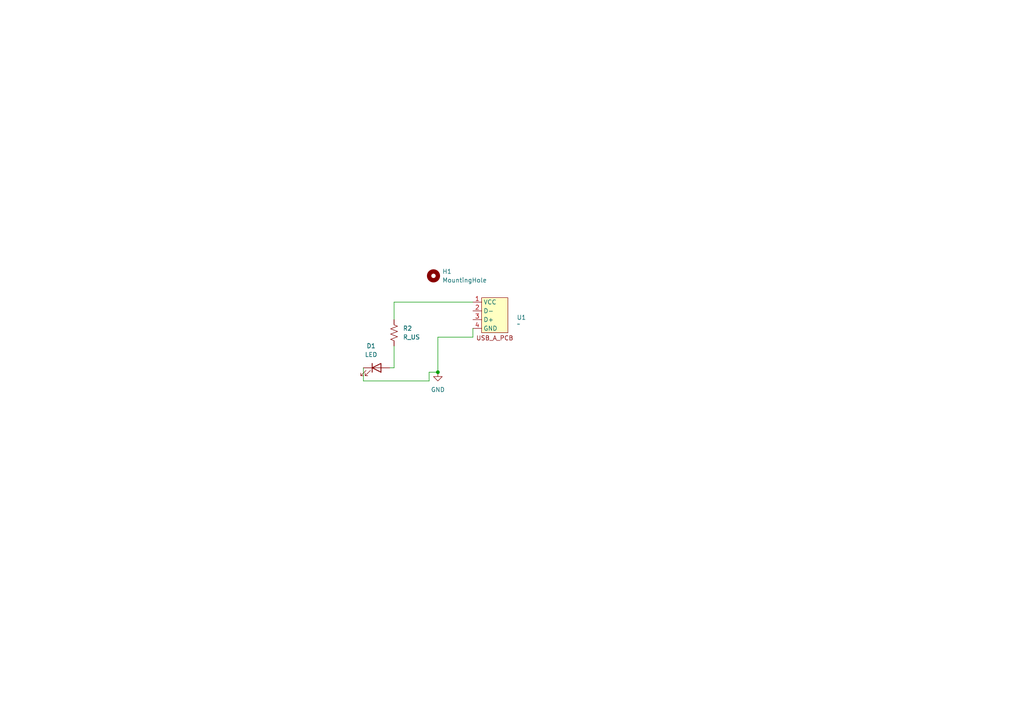
<source format=kicad_sch>
(kicad_sch
	(version 20250114)
	(generator "eeschema")
	(generator_version "9.0")
	(uuid "cfdfe647-5f2e-47f3-9db5-6c1d1ef601ff")
	(paper "A4")
	(lib_symbols
		(symbol "Connector:USB_A_PCB"
			(exclude_from_sim no)
			(in_bom yes)
			(on_board yes)
			(property "Reference" "U"
				(at 0 6.35 0)
				(effects
					(font
						(size 1.27 1.27)
					)
				)
			)
			(property "Value" ""
				(at 0 0 0)
				(effects
					(font
						(size 1.27 1.27)
					)
				)
			)
			(property "Footprint" ""
				(at 0 0 0)
				(effects
					(font
						(size 1.27 1.27)
					)
					(hide yes)
				)
			)
			(property "Datasheet" ""
				(at 0 0 0)
				(effects
					(font
						(size 1.27 1.27)
					)
					(hide yes)
				)
			)
			(property "Description" ""
				(at 0 0 0)
				(effects
					(font
						(size 1.27 1.27)
					)
					(hide yes)
				)
			)
			(symbol "USB_A_PCB_1_0"
				(pin power_in line
					(at -6.35 3.81 0)
					(length 2.54)
					(name "VCC"
						(effects
							(font
								(size 1.27 1.27)
							)
						)
					)
					(number "1"
						(effects
							(font
								(size 1.27 1.27)
							)
						)
					)
				)
				(pin bidirectional line
					(at -6.35 1.27 0)
					(length 2.54)
					(name "D-"
						(effects
							(font
								(size 1.27 1.27)
							)
						)
					)
					(number "2"
						(effects
							(font
								(size 1.27 1.27)
							)
						)
					)
				)
				(pin bidirectional line
					(at -6.35 -1.27 0)
					(length 2.54)
					(name "D+"
						(effects
							(font
								(size 1.27 1.27)
							)
						)
					)
					(number "3"
						(effects
							(font
								(size 1.27 1.27)
							)
						)
					)
				)
				(pin output line
					(at -6.35 -3.81 0)
					(length 2.54)
					(name "GND"
						(effects
							(font
								(size 1.27 1.27)
							)
						)
					)
					(number "4"
						(effects
							(font
								(size 1.27 1.27)
							)
						)
					)
				)
			)
			(symbol "USB_A_PCB_1_1"
				(rectangle
					(start -3.81 5.08)
					(end 3.81 -5.08)
					(stroke
						(width 0)
						(type solid)
					)
					(fill
						(type color)
						(color 255 255 194 1)
					)
				)
				(text "USB_A_PCB"
					(at 0 -6.604 0)
					(effects
						(font
							(size 1.27 1.27)
						)
					)
				)
			)
			(embedded_fonts no)
		)
		(symbol "Device:LED"
			(pin_numbers
				(hide yes)
			)
			(pin_names
				(offset 1.016)
				(hide yes)
			)
			(exclude_from_sim no)
			(in_bom yes)
			(on_board yes)
			(property "Reference" "D"
				(at 0 2.54 0)
				(effects
					(font
						(size 1.27 1.27)
					)
				)
			)
			(property "Value" "LED"
				(at 0 -2.54 0)
				(effects
					(font
						(size 1.27 1.27)
					)
				)
			)
			(property "Footprint" ""
				(at 0 0 0)
				(effects
					(font
						(size 1.27 1.27)
					)
					(hide yes)
				)
			)
			(property "Datasheet" "~"
				(at 0 0 0)
				(effects
					(font
						(size 1.27 1.27)
					)
					(hide yes)
				)
			)
			(property "Description" "Light emitting diode"
				(at 0 0 0)
				(effects
					(font
						(size 1.27 1.27)
					)
					(hide yes)
				)
			)
			(property "Sim.Pins" "1=K 2=A"
				(at 0 0 0)
				(effects
					(font
						(size 1.27 1.27)
					)
					(hide yes)
				)
			)
			(property "ki_keywords" "LED diode"
				(at 0 0 0)
				(effects
					(font
						(size 1.27 1.27)
					)
					(hide yes)
				)
			)
			(property "ki_fp_filters" "LED* LED_SMD:* LED_THT:*"
				(at 0 0 0)
				(effects
					(font
						(size 1.27 1.27)
					)
					(hide yes)
				)
			)
			(symbol "LED_0_1"
				(polyline
					(pts
						(xy -3.048 -0.762) (xy -4.572 -2.286) (xy -3.81 -2.286) (xy -4.572 -2.286) (xy -4.572 -1.524)
					)
					(stroke
						(width 0)
						(type default)
					)
					(fill
						(type none)
					)
				)
				(polyline
					(pts
						(xy -1.778 -0.762) (xy -3.302 -2.286) (xy -2.54 -2.286) (xy -3.302 -2.286) (xy -3.302 -1.524)
					)
					(stroke
						(width 0)
						(type default)
					)
					(fill
						(type none)
					)
				)
				(polyline
					(pts
						(xy -1.27 0) (xy 1.27 0)
					)
					(stroke
						(width 0)
						(type default)
					)
					(fill
						(type none)
					)
				)
				(polyline
					(pts
						(xy -1.27 -1.27) (xy -1.27 1.27)
					)
					(stroke
						(width 0.254)
						(type default)
					)
					(fill
						(type none)
					)
				)
				(polyline
					(pts
						(xy 1.27 -1.27) (xy 1.27 1.27) (xy -1.27 0) (xy 1.27 -1.27)
					)
					(stroke
						(width 0.254)
						(type default)
					)
					(fill
						(type none)
					)
				)
			)
			(symbol "LED_1_1"
				(pin passive line
					(at -3.81 0 0)
					(length 2.54)
					(name "K"
						(effects
							(font
								(size 1.27 1.27)
							)
						)
					)
					(number "1"
						(effects
							(font
								(size 1.27 1.27)
							)
						)
					)
				)
				(pin passive line
					(at 3.81 0 180)
					(length 2.54)
					(name "A"
						(effects
							(font
								(size 1.27 1.27)
							)
						)
					)
					(number "2"
						(effects
							(font
								(size 1.27 1.27)
							)
						)
					)
				)
			)
			(embedded_fonts no)
		)
		(symbol "Device:R_US"
			(pin_numbers
				(hide yes)
			)
			(pin_names
				(offset 0)
			)
			(exclude_from_sim no)
			(in_bom yes)
			(on_board yes)
			(property "Reference" "R"
				(at 2.54 0 90)
				(effects
					(font
						(size 1.27 1.27)
					)
				)
			)
			(property "Value" "R_US"
				(at -2.54 0 90)
				(effects
					(font
						(size 1.27 1.27)
					)
				)
			)
			(property "Footprint" ""
				(at 1.016 -0.254 90)
				(effects
					(font
						(size 1.27 1.27)
					)
					(hide yes)
				)
			)
			(property "Datasheet" "~"
				(at 0 0 0)
				(effects
					(font
						(size 1.27 1.27)
					)
					(hide yes)
				)
			)
			(property "Description" "Resistor, US symbol"
				(at 0 0 0)
				(effects
					(font
						(size 1.27 1.27)
					)
					(hide yes)
				)
			)
			(property "ki_keywords" "R res resistor"
				(at 0 0 0)
				(effects
					(font
						(size 1.27 1.27)
					)
					(hide yes)
				)
			)
			(property "ki_fp_filters" "R_*"
				(at 0 0 0)
				(effects
					(font
						(size 1.27 1.27)
					)
					(hide yes)
				)
			)
			(symbol "R_US_0_1"
				(polyline
					(pts
						(xy 0 2.286) (xy 0 2.54)
					)
					(stroke
						(width 0)
						(type default)
					)
					(fill
						(type none)
					)
				)
				(polyline
					(pts
						(xy 0 2.286) (xy 1.016 1.905) (xy 0 1.524) (xy -1.016 1.143) (xy 0 0.762)
					)
					(stroke
						(width 0)
						(type default)
					)
					(fill
						(type none)
					)
				)
				(polyline
					(pts
						(xy 0 0.762) (xy 1.016 0.381) (xy 0 0) (xy -1.016 -0.381) (xy 0 -0.762)
					)
					(stroke
						(width 0)
						(type default)
					)
					(fill
						(type none)
					)
				)
				(polyline
					(pts
						(xy 0 -0.762) (xy 1.016 -1.143) (xy 0 -1.524) (xy -1.016 -1.905) (xy 0 -2.286)
					)
					(stroke
						(width 0)
						(type default)
					)
					(fill
						(type none)
					)
				)
				(polyline
					(pts
						(xy 0 -2.286) (xy 0 -2.54)
					)
					(stroke
						(width 0)
						(type default)
					)
					(fill
						(type none)
					)
				)
			)
			(symbol "R_US_1_1"
				(pin passive line
					(at 0 3.81 270)
					(length 1.27)
					(name "~"
						(effects
							(font
								(size 1.27 1.27)
							)
						)
					)
					(number "1"
						(effects
							(font
								(size 1.27 1.27)
							)
						)
					)
				)
				(pin passive line
					(at 0 -3.81 90)
					(length 1.27)
					(name "~"
						(effects
							(font
								(size 1.27 1.27)
							)
						)
					)
					(number "2"
						(effects
							(font
								(size 1.27 1.27)
							)
						)
					)
				)
			)
			(embedded_fonts no)
		)
		(symbol "Mechanical:MountingHole"
			(pin_names
				(offset 1.016)
			)
			(exclude_from_sim no)
			(in_bom no)
			(on_board yes)
			(property "Reference" "H"
				(at 0 5.08 0)
				(effects
					(font
						(size 1.27 1.27)
					)
				)
			)
			(property "Value" "MountingHole"
				(at 0 3.175 0)
				(effects
					(font
						(size 1.27 1.27)
					)
				)
			)
			(property "Footprint" ""
				(at 0 0 0)
				(effects
					(font
						(size 1.27 1.27)
					)
					(hide yes)
				)
			)
			(property "Datasheet" "~"
				(at 0 0 0)
				(effects
					(font
						(size 1.27 1.27)
					)
					(hide yes)
				)
			)
			(property "Description" "Mounting Hole without connection"
				(at 0 0 0)
				(effects
					(font
						(size 1.27 1.27)
					)
					(hide yes)
				)
			)
			(property "ki_keywords" "mounting hole"
				(at 0 0 0)
				(effects
					(font
						(size 1.27 1.27)
					)
					(hide yes)
				)
			)
			(property "ki_fp_filters" "MountingHole*"
				(at 0 0 0)
				(effects
					(font
						(size 1.27 1.27)
					)
					(hide yes)
				)
			)
			(symbol "MountingHole_0_1"
				(circle
					(center 0 0)
					(radius 1.27)
					(stroke
						(width 1.27)
						(type default)
					)
					(fill
						(type none)
					)
				)
			)
			(embedded_fonts no)
		)
		(symbol "power:GND"
			(power)
			(pin_numbers
				(hide yes)
			)
			(pin_names
				(offset 0)
				(hide yes)
			)
			(exclude_from_sim no)
			(in_bom yes)
			(on_board yes)
			(property "Reference" "#PWR"
				(at 0 -6.35 0)
				(effects
					(font
						(size 1.27 1.27)
					)
					(hide yes)
				)
			)
			(property "Value" "GND"
				(at 0 -3.81 0)
				(effects
					(font
						(size 1.27 1.27)
					)
				)
			)
			(property "Footprint" ""
				(at 0 0 0)
				(effects
					(font
						(size 1.27 1.27)
					)
					(hide yes)
				)
			)
			(property "Datasheet" ""
				(at 0 0 0)
				(effects
					(font
						(size 1.27 1.27)
					)
					(hide yes)
				)
			)
			(property "Description" "Power symbol creates a global label with name \"GND\" , ground"
				(at 0 0 0)
				(effects
					(font
						(size 1.27 1.27)
					)
					(hide yes)
				)
			)
			(property "ki_keywords" "global power"
				(at 0 0 0)
				(effects
					(font
						(size 1.27 1.27)
					)
					(hide yes)
				)
			)
			(symbol "GND_0_1"
				(polyline
					(pts
						(xy 0 0) (xy 0 -1.27) (xy 1.27 -1.27) (xy 0 -2.54) (xy -1.27 -1.27) (xy 0 -1.27)
					)
					(stroke
						(width 0)
						(type default)
					)
					(fill
						(type none)
					)
				)
			)
			(symbol "GND_1_1"
				(pin power_in line
					(at 0 0 270)
					(length 0)
					(name "~"
						(effects
							(font
								(size 1.27 1.27)
							)
						)
					)
					(number "1"
						(effects
							(font
								(size 1.27 1.27)
							)
						)
					)
				)
			)
			(embedded_fonts no)
		)
	)
	(junction
		(at 127 107.95)
		(diameter 0)
		(color 0 0 0 0)
		(uuid "42c6bb0a-9b14-4b42-999e-13e7ed88742d")
	)
	(wire
		(pts
			(xy 114.3 100.33) (xy 114.3 106.68)
		)
		(stroke
			(width 0)
			(type default)
		)
		(uuid "12ab502c-d3ba-4e74-84d0-91fc1cbb7c70")
	)
	(wire
		(pts
			(xy 137.16 87.63) (xy 114.3 87.63)
		)
		(stroke
			(width 0)
			(type default)
		)
		(uuid "1e3d528a-9246-4f16-add9-cec9f8b34ff3")
	)
	(wire
		(pts
			(xy 105.41 110.49) (xy 124.46 110.49)
		)
		(stroke
			(width 0)
			(type default)
		)
		(uuid "2060f762-3ff4-4c00-996b-6e0282badf0f")
	)
	(wire
		(pts
			(xy 124.46 110.49) (xy 124.46 107.95)
		)
		(stroke
			(width 0)
			(type default)
		)
		(uuid "40284354-b028-4c50-a58c-be4cf6474424")
	)
	(wire
		(pts
			(xy 114.3 87.63) (xy 114.3 92.71)
		)
		(stroke
			(width 0)
			(type default)
		)
		(uuid "59a61bec-72ba-4c80-9d3c-4dc663ac7577")
	)
	(wire
		(pts
			(xy 127 97.79) (xy 127 107.95)
		)
		(stroke
			(width 0)
			(type default)
		)
		(uuid "92efef13-69ee-4825-aa1e-718b6181cb5d")
	)
	(wire
		(pts
			(xy 105.41 106.68) (xy 105.41 110.49)
		)
		(stroke
			(width 0)
			(type default)
		)
		(uuid "9509675c-a2bb-430c-8631-d5b33eed4cca")
	)
	(wire
		(pts
			(xy 137.16 97.79) (xy 127 97.79)
		)
		(stroke
			(width 0)
			(type default)
		)
		(uuid "c06c46c0-ba67-47f8-8e84-93db5f453704")
	)
	(wire
		(pts
			(xy 137.16 95.25) (xy 137.16 97.79)
		)
		(stroke
			(width 0)
			(type default)
		)
		(uuid "c11b9d45-804f-45ab-b185-f4f6a01b6890")
	)
	(wire
		(pts
			(xy 113.03 106.68) (xy 114.3 106.68)
		)
		(stroke
			(width 0)
			(type default)
		)
		(uuid "cd681886-66d4-481a-88c1-f8eaab4150a0")
	)
	(wire
		(pts
			(xy 124.46 107.95) (xy 127 107.95)
		)
		(stroke
			(width 0)
			(type default)
		)
		(uuid "e51fc959-899d-4514-b52f-8fe40933ae04")
	)
	(symbol
		(lib_id "power:GND")
		(at 127 107.95 0)
		(unit 1)
		(exclude_from_sim no)
		(in_bom yes)
		(on_board yes)
		(dnp no)
		(fields_autoplaced yes)
		(uuid "3cc4e51b-0568-469d-a97a-55f095854298")
		(property "Reference" "#PWR01"
			(at 127 114.3 0)
			(effects
				(font
					(size 1.27 1.27)
				)
				(hide yes)
			)
		)
		(property "Value" "GND"
			(at 127 113.03 0)
			(effects
				(font
					(size 1.27 1.27)
				)
			)
		)
		(property "Footprint" ""
			(at 127 107.95 0)
			(effects
				(font
					(size 1.27 1.27)
				)
				(hide yes)
			)
		)
		(property "Datasheet" ""
			(at 127 107.95 0)
			(effects
				(font
					(size 1.27 1.27)
				)
				(hide yes)
			)
		)
		(property "Description" "Power symbol creates a global label with name \"GND\" , ground"
			(at 127 107.95 0)
			(effects
				(font
					(size 1.27 1.27)
				)
				(hide yes)
			)
		)
		(pin "1"
			(uuid "e6698519-0300-4e18-bb36-5a1c2d457bbd")
		)
		(instances
			(project ""
				(path "/cfdfe647-5f2e-47f3-9db5-6c1d1ef601ff"
					(reference "#PWR01")
					(unit 1)
				)
			)
		)
	)
	(symbol
		(lib_id "Device:R_US")
		(at 114.3 96.52 0)
		(unit 1)
		(exclude_from_sim no)
		(in_bom yes)
		(on_board yes)
		(dnp no)
		(fields_autoplaced yes)
		(uuid "4a66db8b-1ca2-493c-b888-396a26213765")
		(property "Reference" "R2"
			(at 116.84 95.2499 0)
			(effects
				(font
					(size 1.27 1.27)
				)
				(justify left)
			)
		)
		(property "Value" "R_US"
			(at 116.84 97.7899 0)
			(effects
				(font
					(size 1.27 1.27)
				)
				(justify left)
			)
		)
		(property "Footprint" "Resistor_SMD:R_0603_1608Metric"
			(at 115.316 96.774 90)
			(effects
				(font
					(size 1.27 1.27)
				)
				(hide yes)
			)
		)
		(property "Datasheet" "~"
			(at 114.3 96.52 0)
			(effects
				(font
					(size 1.27 1.27)
				)
				(hide yes)
			)
		)
		(property "Description" "Resistor, US symbol"
			(at 114.3 96.52 0)
			(effects
				(font
					(size 1.27 1.27)
				)
				(hide yes)
			)
		)
		(pin "2"
			(uuid "5b92c35c-8690-4225-9ea6-e91159c8734b")
		)
		(pin "1"
			(uuid "eb0de2ec-d460-4f19-85dd-633259c8565f")
		)
		(instances
			(project ""
				(path "/cfdfe647-5f2e-47f3-9db5-6c1d1ef601ff"
					(reference "R2")
					(unit 1)
				)
			)
		)
	)
	(symbol
		(lib_id "Connector:USB_A_PCB")
		(at 143.51 91.44 0)
		(unit 1)
		(exclude_from_sim no)
		(in_bom yes)
		(on_board yes)
		(dnp no)
		(fields_autoplaced yes)
		(uuid "60f5d0f9-c94f-48c8-9633-77ba64f51ab8")
		(property "Reference" "U1"
			(at 149.86 92.0777 0)
			(effects
				(font
					(size 1.27 1.27)
				)
				(justify left)
			)
		)
		(property "Value" "~"
			(at 149.86 93.9828 0)
			(effects
				(font
					(size 1.27 1.27)
				)
				(justify left)
			)
		)
		(property "Footprint" "custom_footprints:USB_A_PCB_sage"
			(at 143.51 91.44 0)
			(effects
				(font
					(size 1.27 1.27)
				)
				(hide yes)
			)
		)
		(property "Datasheet" ""
			(at 143.51 91.44 0)
			(effects
				(font
					(size 1.27 1.27)
				)
				(hide yes)
			)
		)
		(property "Description" ""
			(at 143.51 91.44 0)
			(effects
				(font
					(size 1.27 1.27)
				)
				(hide yes)
			)
		)
		(pin "3"
			(uuid "2691a187-5a8b-45dc-b4a9-b9845f51f706")
		)
		(pin "4"
			(uuid "67f120cb-7ea2-4db3-ac44-4193adc6ff6f")
		)
		(pin "1"
			(uuid "700edf09-4ade-4ad7-8a9b-15ae86aeb3e5")
		)
		(pin "2"
			(uuid "22fe2b2d-7f30-4e40-8eba-e670280621b1")
		)
		(instances
			(project "keychain"
				(path "/cfdfe647-5f2e-47f3-9db5-6c1d1ef601ff"
					(reference "U1")
					(unit 1)
				)
			)
		)
	)
	(symbol
		(lib_id "Device:LED")
		(at 109.22 106.68 0)
		(unit 1)
		(exclude_from_sim no)
		(in_bom yes)
		(on_board yes)
		(dnp no)
		(fields_autoplaced yes)
		(uuid "c4725c96-acb7-4f51-a4fb-4ba6ecc919b4")
		(property "Reference" "D1"
			(at 107.6325 100.33 0)
			(effects
				(font
					(size 1.27 1.27)
				)
			)
		)
		(property "Value" "LED"
			(at 107.6325 102.87 0)
			(effects
				(font
					(size 1.27 1.27)
				)
			)
		)
		(property "Footprint" "LED_SMD:LED_0402_1005Metric_Pad0.77x0.64mm_HandSolder"
			(at 109.22 106.68 0)
			(effects
				(font
					(size 1.27 1.27)
				)
				(hide yes)
			)
		)
		(property "Datasheet" "~"
			(at 109.22 106.68 0)
			(effects
				(font
					(size 1.27 1.27)
				)
				(hide yes)
			)
		)
		(property "Description" "Light emitting diode"
			(at 109.22 106.68 0)
			(effects
				(font
					(size 1.27 1.27)
				)
				(hide yes)
			)
		)
		(property "Sim.Pins" "1=K 2=A"
			(at 109.22 106.68 0)
			(effects
				(font
					(size 1.27 1.27)
				)
				(hide yes)
			)
		)
		(pin "2"
			(uuid "8fa8be29-4c89-4fb5-a3df-948cb1ccf3e1")
		)
		(pin "1"
			(uuid "c47294e0-ee6b-4d66-a81f-2824f92e8f96")
		)
		(instances
			(project ""
				(path "/cfdfe647-5f2e-47f3-9db5-6c1d1ef601ff"
					(reference "D1")
					(unit 1)
				)
			)
		)
	)
	(symbol
		(lib_id "Mechanical:MountingHole")
		(at 125.73 80.01 0)
		(unit 1)
		(exclude_from_sim no)
		(in_bom no)
		(on_board yes)
		(dnp no)
		(fields_autoplaced yes)
		(uuid "c84ae9f0-be5d-4d92-bddf-719a90ec6a8a")
		(property "Reference" "H1"
			(at 128.27 78.7399 0)
			(effects
				(font
					(size 1.27 1.27)
				)
				(justify left)
			)
		)
		(property "Value" "MountingHole"
			(at 128.27 81.2799 0)
			(effects
				(font
					(size 1.27 1.27)
				)
				(justify left)
			)
		)
		(property "Footprint" "MountingHole:MountingHole_2.1mm"
			(at 125.73 80.01 0)
			(effects
				(font
					(size 1.27 1.27)
				)
				(hide yes)
			)
		)
		(property "Datasheet" "~"
			(at 125.73 80.01 0)
			(effects
				(font
					(size 1.27 1.27)
				)
				(hide yes)
			)
		)
		(property "Description" "Mounting Hole without connection"
			(at 125.73 80.01 0)
			(effects
				(font
					(size 1.27 1.27)
				)
				(hide yes)
			)
		)
		(instances
			(project ""
				(path "/cfdfe647-5f2e-47f3-9db5-6c1d1ef601ff"
					(reference "H1")
					(unit 1)
				)
			)
		)
	)
	(sheet_instances
		(path "/"
			(page "1")
		)
	)
	(embedded_fonts no)
)

</source>
